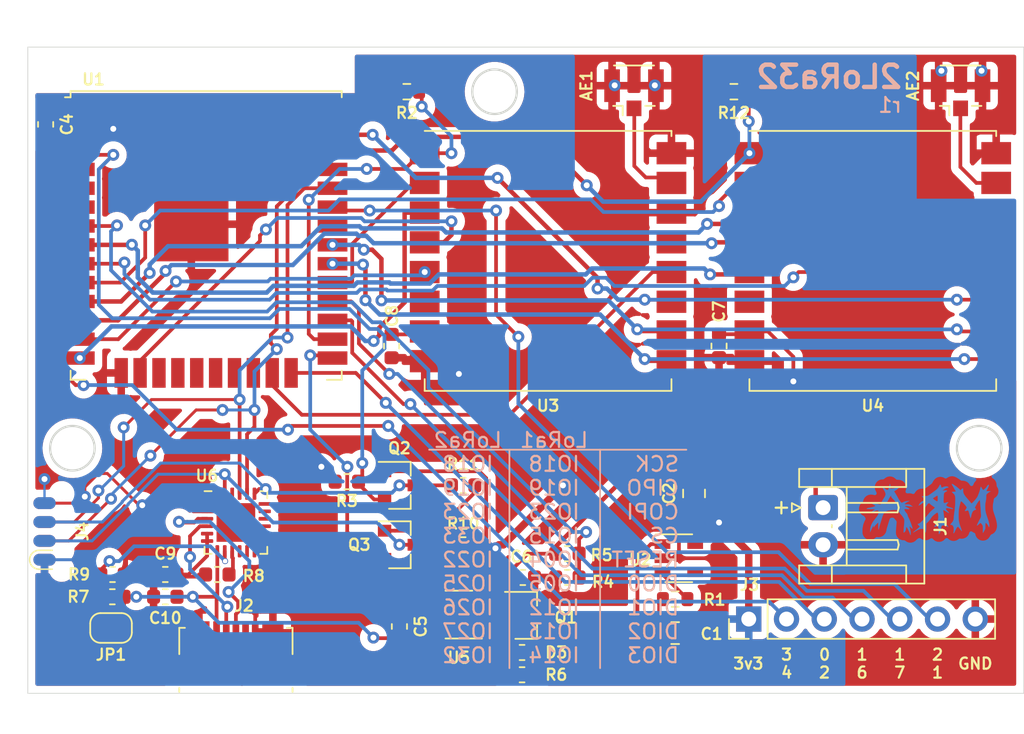
<source format=kicad_pcb>
(kicad_pcb (version 20211014) (generator pcbnew)

  (general
    (thickness 1.6)
  )

  (paper "A4")
  (layers
    (0 "F.Cu" signal)
    (31 "B.Cu" signal)
    (32 "B.Adhes" user "B.Adhesive")
    (33 "F.Adhes" user "F.Adhesive")
    (34 "B.Paste" user)
    (35 "F.Paste" user)
    (36 "B.SilkS" user "B.Silkscreen")
    (37 "F.SilkS" user "F.Silkscreen")
    (38 "B.Mask" user)
    (39 "F.Mask" user)
    (40 "Dwgs.User" user "User.Drawings")
    (41 "Cmts.User" user "User.Comments")
    (42 "Eco1.User" user "User.Eco1")
    (43 "Eco2.User" user "User.Eco2")
    (44 "Edge.Cuts" user)
    (45 "Margin" user)
    (46 "B.CrtYd" user "B.Courtyard")
    (47 "F.CrtYd" user "F.Courtyard")
    (48 "B.Fab" user)
    (49 "F.Fab" user)
  )

  (setup
    (stackup
      (layer "F.SilkS" (type "Top Silk Screen"))
      (layer "F.Paste" (type "Top Solder Paste"))
      (layer "F.Mask" (type "Top Solder Mask") (thickness 0.01))
      (layer "F.Cu" (type "copper") (thickness 0.035))
      (layer "dielectric 1" (type "core") (thickness 1.51) (material "FR4") (epsilon_r 4.5) (loss_tangent 0.02))
      (layer "B.Cu" (type "copper") (thickness 0.035))
      (layer "B.Mask" (type "Bottom Solder Mask") (thickness 0.01))
      (layer "B.Paste" (type "Bottom Solder Paste"))
      (layer "B.SilkS" (type "Bottom Silk Screen"))
      (copper_finish "None")
      (dielectric_constraints no)
    )
    (pad_to_mask_clearance 0.051)
    (solder_mask_min_width 0.25)
    (pcbplotparams
      (layerselection 0x00010fc_ffffffff)
      (disableapertmacros false)
      (usegerberextensions false)
      (usegerberattributes false)
      (usegerberadvancedattributes false)
      (creategerberjobfile false)
      (svguseinch false)
      (svgprecision 6)
      (excludeedgelayer true)
      (plotframeref false)
      (viasonmask false)
      (mode 1)
      (useauxorigin false)
      (hpglpennumber 1)
      (hpglpenspeed 20)
      (hpglpendiameter 15.000000)
      (dxfpolygonmode true)
      (dxfimperialunits true)
      (dxfusepcbnewfont true)
      (psnegative false)
      (psa4output false)
      (plotreference true)
      (plotvalue true)
      (plotinvisibletext false)
      (sketchpadsonfab false)
      (subtractmaskfromsilk false)
      (outputformat 1)
      (mirror false)
      (drillshape 1)
      (scaleselection 1)
      (outputdirectory "")
    )
  )

  (net 0 "")
  (net 1 "GND")
  (net 2 "Net-(AE1-Pad1)")
  (net 3 "Net-(AE2-Pad1)")
  (net 4 "VBUS")
  (net 5 "+3V3")
  (net 6 "VIN")
  (net 7 "VBAT")
  (net 8 "Net-(C9-Pad1)")
  (net 9 "Net-(J2-Pad3)")
  (net 10 "Net-(J2-Pad2)")
  (net 11 "Net-(JP1-Pad2)")
  (net 12 "RTS")
  (net 13 "EN")
  (net 14 "Net-(Q2-Pad1)")
  (net 15 "IO0")
  (net 16 "DTR")
  (net 17 "Net-(Q3-Pad1)")
  (net 18 "Net-(R4-Pad2)")
  (net 19 "Net-(R8-Pad1)")
  (net 20 "LORSCK")
  (net 21 "TX")
  (net 22 "RX")
  (net 23 "Net-(U1-Pad29)")
  (net 24 "Net-(U1-Pad23)")
  (net 25 "Net-(U1-Pad16)")
  (net 26 "Net-(U1-Pad13)")
  (net 27 "Net-(U1-Pad12)")
  (net 28 "Net-(U1-Pad10)")
  (net 29 "Net-(U1-Pad9)")
  (net 30 "Net-(U1-Pad8)")
  (net 31 "unconnected-(J2-Pad4)")
  (net 32 "Net-(R1-Pad1)")
  (net 33 "unconnected-(U1-Pad32)")
  (net 34 "unconnected-(U1-Pad22)")
  (net 35 "unconnected-(U1-Pad21)")
  (net 36 "unconnected-(U1-Pad20)")
  (net 37 "unconnected-(U1-Pad19)")
  (net 38 "unconnected-(U1-Pad18)")
  (net 39 "unconnected-(U1-Pad17)")
  (net 40 "Net-(U1-Pad14)")
  (net 41 "Net-(U1-Pad11)")
  (net 42 "SPARE04")
  (net 43 "unconnected-(U1-Pad5)")
  (net 44 "unconnected-(U1-Pad4)")
  (net 45 "unconnected-(U2-Pad4)")
  (net 46 "unconnected-(U3-Pad13)")
  (net 47 "unconnected-(U3-Pad6)")
  (net 48 "unconnected-(U4-Pad13)")
  (net 49 "unconnected-(U4-Pad6)")
  (net 50 "unconnected-(U6-Pad24)")
  (net 51 "unconnected-(U6-Pad22)")
  (net 52 "unconnected-(U6-Pad18)")
  (net 53 "unconnected-(U6-Pad17)")
  (net 54 "unconnected-(U6-Pad16)")
  (net 55 "unconnected-(U6-Pad15)")
  (net 56 "unconnected-(U6-Pad14)")
  (net 57 "unconnected-(U6-Pad13)")
  (net 58 "unconnected-(U6-Pad12)")
  (net 59 "unconnected-(U6-Pad11)")
  (net 60 "unconnected-(U6-Pad10)")
  (net 61 "unconnected-(U6-Pad1)")
  (net 62 "LORCOPI")
  (net 63 "LORCIPO")
  (net 64 "SPARE03")
  (net 65 "SPARE02")
  (net 66 "SPARE01")
  (net 67 "SPARE00")
  (net 68 "Net-(R2-Pad1)")
  (net 69 "Net-(R12-Pad1)")

  (footprint "RF_Module:ESP32-WROOM-32U" (layer "F.Cu") (at 178 96.675001))

  (footprint "Connector_Coaxial:U.FL_Hirose_U.FL-R-SMT-1_Vertical" (layer "F.Cu") (at 228.75 87.07 90))

  (footprint "Capacitor_SMD:C_0603_1608Metric" (layer "F.Cu") (at 167.2 89.2 -90))

  (footprint "Capacitor_SMD:C_0603_1608Metric" (layer "F.Cu") (at 191 123 -90))

  (footprint "Capacitor_SMD:C_0603_1608Metric" (layer "F.Cu") (at 199.3 119.7 180))

  (footprint "Capacitor_SMD:C_0603_1608Metric" (layer "F.Cu") (at 190.475 104.125 -90))

  (footprint "Capacitor_SMD:C_0603_1608Metric" (layer "F.Cu") (at 175.25 119.5 180))

  (footprint "Capacitor_SMD:C_0603_1608Metric" (layer "F.Cu") (at 199.25 124.75 180))

  (footprint "Connector_JST:JST_EH_S2B-EH_1x02_P2.50mm_Horizontal" (layer "F.Cu") (at 219.5 115 -90))

  (footprint "Package_TO_SOT_SMD:SOT-23" (layer "F.Cu") (at 191 113.5))

  (footprint "Package_TO_SOT_SMD:SOT-23" (layer "F.Cu") (at 191 117.5))

  (footprint "Resistor_SMD:R_0603_1608Metric" (layer "F.Cu") (at 187.4625 113.25))

  (footprint "Resistor_SMD:R_0603_1608Metric" (layer "F.Cu") (at 202.3 119.7))

  (footprint "Resistor_SMD:R_0603_1608Metric" (layer "F.Cu") (at 202.3 118.1 180))

  (footprint "Resistor_SMD:R_0603_1608Metric" (layer "F.Cu") (at 199.25 126.25))

  (footprint "Resistor_SMD:R_0603_1608Metric" (layer "F.Cu") (at 171.6875 121))

  (footprint "Resistor_SMD:R_0603_1608Metric" (layer "F.Cu") (at 178.75 119.5 180))

  (footprint "Resistor_SMD:R_0603_1608Metric" (layer "F.Cu") (at 171.7 119.5 180))

  (footprint "Resistor_SMD:R_0603_1608Metric" (layer "F.Cu") (at 195.2875 117.5))

  (footprint "Resistor_SMD:R_0603_1608Metric" (layer "F.Cu") (at 195.2875 113.5))

  (footprint "loranet2:DRF1276G" (layer "F.Cu") (at 201 98.140001))

  (footprint "loranet2:DRF1276G" (layer "F.Cu") (at 222.844999 98.140001))

  (footprint "Package_DFN_QFN:QFN-24-1EP_4x4mm_P0.5mm_EP2.6x2.6mm" (layer "F.Cu") (at 180 116))

  (footprint "Connector_USB:USB_Micro-B_Molex_47346-0001" (layer "F.Cu") (at 180 124.8))

  (footprint "Capacitor_SMD:C_0603_1608Metric" (layer "F.Cu") (at 212.5 104.1125 90))

  (footprint "Package_TO_SOT_SMD:SOT-23" (layer "F.Cu") (at 199.5 122.25))

  (footprint "Package_TO_SOT_SMD:SOT-23-5" (layer "F.Cu") (at 195 122.2 180))

  (footprint "Connector_Coaxial:U.FL_Hirose_U.FL-R-SMT-1_Vertical" (layer "F.Cu") (at 206.78 87.07 90))

  (footprint "Capacitor_SMD:C_0805_2012Metric" (layer "F.Cu") (at 209.55 123.444))

  (footprint "Capacitor_SMD:C_0805_2012Metric" (layer "F.Cu") (at 210.82 114.046 90))

  (footprint "Resistor_SMD:R_0603_1608Metric" (layer "F.Cu") (at 209.55 121.158 180))

  (footprint "Package_TO_SOT_SMD:SOT-23-5" (layer "F.Cu") (at 209.795001 118.405001))

  (footprint "Capacitor_SMD:C_0603_1608Metric" (layer "F.Cu") (at 175.25 121 180))

  (footprint "Jumper:SolderJumper-2_P1.3mm_Bridged_RoundedPad1.0x1.5mm" (layer "F.Cu") (at 171.6 123.1 180))

  (footprint "Resistor_SMD:R_0603_1608Metric" (layer "F.Cu") (at 213.5 87 180))

  (footprint "Resistor_SMD:R_0603_1608Metric" (layer "F.Cu") (at 191.5 87 180))

  (footprint "Connector_PinHeader_2.54mm:PinHeader_1x07_P2.54mm_Vertical" (layer "F.Cu") (at 214.5 122.5 90))

  (footprint "loranet2:SOIC_clipProgSmall" (layer "F.Cu") (at 166.376 116.602 -90))

  (footprint "loranet2:MRA-2021_10x6mm" (layer "B.Cu")
    (tedit 0) (tstamp 00000000-0000-0000-0000-000060d4245f)
    (at 226.6 116.45 180)
    (property "Sheetfile" "loranet2.kicad_sch")
    (property "Sheetname" "")
    (path "/00000000-0000-0000-0000-000060d48c38")
    (attr through_hole)
    (fp_text reference "H1" (at 0 0) (layer "B.SilkS") hide
      (effects (font (size 1.27 1.27) (thickness 0.15)) (justify mirror))
      (tstamp bfc0aadc-38cf-466e-a642-68fdc3138c78)
    )
    (fp_text value "MountingHole" (at 0 0) (layer "B.SilkS") hide
      (effects (font (size 1.27 1.27) (thickness 0.15)) (justify mirror))
      (tstamp 6441b183-b8f2-458f-a23d-60e2b1f66dd6)
    )
    (fp_poly (pts
        (xy -1.558313 3.04029)
        (xy -1.564778 3.012362)
        (xy -1.593564 2.958042)
        (xy -1.628618 2.897503)
        (xy -1.676306 2.815254)
        (xy -1.727994 2.726186)
        (xy -1.743926 2.69875)
        (xy -1.842272 2.529417)
        (xy -1.704303 2.523158)
        (xy -1.63412 2.517775)
        (xy -1.58444 2.509763)
        (xy -1.566333 2.501182)
        (xy -1.581318 2.480125)
        (xy -1.620043 2.442047)
        (xy -1.659259 2.407789)
        (xy -1.720942 2.348345)
        (xy -1.757562 2.287767)
        (xy -1.778809 2.219127)
        (xy -1.790032 2.139902)
        (xy -1.795319 2.026606)
        (xy -1.794991 1.887038)
        (xy -1.789365 1.728996)
        (xy -1.77876 1.560279)
        (xy -1.763493 1.388684)
        (xy -1.743884 1.22201)
        (xy -1.735742 1.164167)
        (xy -1.719827 1.049489)
        (xy -1.706621 0.941121)
        (xy -1.697386 0.850389)
        (xy -1.693384 0.788622)
        (xy -1.693313 0.783167)
        (xy -1.679638 0.647461)
        (xy -1.635987 0.533109)
        (xy -1.557401 0.427311)
        (xy -1.553983 0.423635)
        (xy -1.497644 0.361601)
        (xy -1.469219 0.323597)
        (xy -1.466483 0.303927)
        (xy -1.487208 0.296894)
        (xy -1.504225 0.296334)
        (xy -1.581972 0.27694)
        (xy -1.641488 0.220331)
        (xy -1.663375 0.178893)
        (xy -1.682831 0.102771)
        (xy -1.69196 0.003496)
        (xy -1.690281 -0.100914)
        (xy -1.677316 -0.192441)
        (xy -1.673644 -0.206514)
        (xy -1.665232 -0.257309)
        (xy -1.676334 -0.274625)
        (xy -1.704224 -0.255423)
        (xy -1.710785 -0.247892)
        (xy -1.730087 -0.216083)
        (xy -1.760114 -0.157333)
        (xy -1.794811 -0.083567)
        (xy -1.799452 -0.073267)
        (xy -1.848749 0.025689)
        (xy -1.897289 0.103347)
        (xy -1.940536 0.153314)
        (xy -1.971698 0.169334)
        (xy -1.991985 0.153722)
        (xy -2.030372 0.112499)
        (xy -2.07978 0.054088)
        (xy -2.133129 -0.013092)
        (xy -2.183341 -0.080618)
        (xy -2.191414 -0.092038)
        (xy -2.219916 -0.125966)
        (xy -2.231189 -0.122224)
        (xy -2.225405 -0.081734)
        (xy -2.202736 -0.005417)
        (xy -2.163352 0.105803)
        (xy -2.146302 0.151096)
        (xy -2.092618 0.305003)
        (xy -2.053991 0.449979)
        (xy -2.028962 0.596714)
        (xy -2.016071 0.755899)
        (xy -2.013858 0.938224)
        (xy -2.018067 1.090084)
        (xy -2.027363 1.246172)
        (xy -2.043486 1.380888)
        (xy -2.069454 1.515022)
        (xy -2.094718 1.618215)
        (xy -2.120635 1.715801)
        (xy -2.143401 1.797561)
        (xy -2.160648 1.855263)
        (xy -2.17001 1.880674)
        (xy -2.170278 1.881)
        (xy -2.194075 1.877282)
        (xy -2.237493 1.846884)
        (xy -2.294202 1.796576)
        (xy -2.357875 1.733125)
        (xy -2.422183 1.663301)
        (xy -2.480799 1.593873)
        (xy -2.527395 1.531609)
        (xy -2.555641 1.483278)
        (xy -2.561167 1.462893)
        (xy -2.549776 1.42417)
        (xy -2.520662 1.367321)
        (xy -2.498052 1.331394)
        (xy -2.462524 1.276498)
        (xy -2.439455 1.236133)
        (xy -2.434552 1.223516)
        (xy -2.452511 1.220774)
        (xy -2.499163 1.229318)
        (xy -2.542632 1.240993)
        (xy -2.606181 1.256004)
        (xy -2.652881 1.259959)
        (xy -2.667672 1.255727)
        (xy -2.679395 1.229386)
        (xy -2.698868 1.170848)
        (xy -2.723327 1.08892)
        (xy -2.748596 0.997708)
        (xy -2.774584 0.90273)
        (xy -2.797304 0.823689)
        (xy -2.814254 0.769031)
        (xy -2.82279 0.747321)
        (xy -2.831657 0.760755)
        (xy -2.844799 0.805596)
        (xy -2.857041 0.860864)
        (xy -2.892058 1.011047)
        (xy -2.931665 1.124)
        (xy -2.97887 1.204798)
        (xy -3.036678 1.258515)
        (xy -3.108096 1.290224)
        (xy -3.112073 1.291321)
        (xy -3.172218 1.312414)
        (xy -3.192545 1.336524)
        (xy -3.175421 1.370209)
        (xy -3.149909 1.396114)
        (xy -3.103651 1.43921)
        (xy -3.195242 1.619847)
        (xy -3.245648 1.711891)
        (xy -3.300634 1.800699)
        (xy -3.350762 1.871352)
        (xy -3.365826 1.889497)
        (xy -3.444818 1.97851)
        (xy -3.457715 1.872964)
        (xy -3.464957 1.803329)
        (xy -3.47401 1.700469)
        (xy -3.484196 1.573416)
        (xy -3.494839 1.431205)
        (xy -3.505261 1.28287)
        (xy -3.514785 1.137445)
        (xy -3.522333 1.011101)
        (xy -3.526449 0.919505)
        (xy -3.524771 0.856223)
        (xy -3.514861 0.807369)
        (xy -3.494285 0.759057)
        (xy -3.470356 0.714767)
        (xy -3.417075 0.616539)
        (xy -3.365587 0.5164)
        (xy -3.319319 0.421658)
        (xy -3.2817 0.33962)
        (xy -3.256158 0.277593)
        (xy -3.246119 0.242885)
        (xy -3.246938 0.238507)
        (xy -3.267079 0.245759)
        (xy -3.308609 0.276244)
        (xy -3.362761 0.323483)
        (xy -3.365896 0.326406)
        (xy -3.422794 0.375238)
        (xy -3.470226 0.408081)
        (xy -3.49814 0.418001)
        (xy -3.498514 0.417891)
        (xy -3.524666 0.396752)
        (xy -3.563257 0.352039)
        (xy -3.58775 0.319082)
        (xy -3.615204 0.278151)
        (xy -3.633306 0.241843)
        (xy -3.64397 0.200053)
        (xy -3.649111 0.142679)
        (xy -3.650643 0.059619)
        (xy -3.650612 -0.012619)
        (xy -3.650696 -0.108022)
        (xy -3.651405 -0.185627)
        (xy -3.652618 -0.237042)
        (xy -3.654082 -0.254)
        (xy -3.665652 -0.237019)
        (xy -3.692636 -0.192002)
        (xy -3.72974 -0.127832)
        (xy -3.739246 -0.111125)
        (xy -3.777599 -0.041334)
        (xy -3.801336 0.012712)
        (xy -3.81384 0.065435)
        (xy -3.818491 0.131259)
        (xy -3.818672 0.224605)
        (xy -3.818647 0.227542)
        (xy -3.819537 0.326598)
        (xy -3.824656 0.388572)
        (xy -3.834654 0.418564)
        (xy -3.843597 0.423334)
        (xy -3.87619 0.406636)
        (xy -3.920183 0.364023)
        (xy -3.966654 0.306714)
        (xy -4.006678 0.24593)
        (xy -4.031332 0.192891)
        (xy -4.033576 0.184466)
        (xy -4.044932 0.143133)
        (xy -4.056289 0.138918)
        (xy -4.069236 0.158274)
        (xy -4.083845 0.220057)
        (xy -4.079168 0.315424)
        (xy -4.055891 0.440634)
        (xy -4.014696 0.591944)
        (xy -3.960246 0.75463)
        (xy -3.919647 0.872097)
        (xy -3.882579 0.988328)
        (xy -3.852618 1.091489)
        (xy -3.833338 1.169746)
        (xy -3.830722 1.183365)
        (xy -3.813282 1.322433)
        (xy -3.805796 1.47418)
        (xy -3.808106 1.624682)
        (xy -3.820056 1.760015)
        (xy -3.83832 1.855139)
        (xy -3.855999 1.943748)
        (xy -3.86863 2.051431)
        (xy -3.8735 2.154995)
        (xy -3.8735 2.155745)
        (xy -3.874304 2.241117)
        (xy -3.879285 2.296604)
        (xy -3.892301 2.334653)
        (xy -3.917206 2.367709)
        (xy -3.949077 2.399695)
        (xy -4.012713 2.453521)
        (xy -4.081429 2.500272)
        (xy -4.102535 2.511839)
        (xy -4.180417 2.550584)
        (xy -3.878521 2.56292)
        (xy -3.939233 2.675013)
        (xy -3.979083 2.754204)
        (xy -4.014264 2.834076)
        (xy -4.041037 2.904828)
        (xy -4.055666 2.956658)
        (xy -4.055238 2.979152)
        (xy -4.025218 2.983607)
        (xy -3.985399 2.961784)
        (xy -3.94931 2.92273)
        (xy -3.937146 2.900185)
        (xy -3.910751 2.856968)
        (xy -3.86607 2.80258)
        (xy -3.811425 2.745067)
        (xy -3.75514 2.692474)
        (xy -3.705535 2.652847)
        (xy -3.670936 2.634231)
        (xy -3.662596 2.634779)
        (xy -3.64168 2.65904)
        (xy -3.609153 2.708367)
        (xy -3.583254 2.752404)
        (xy -3.549124 2.809399)
        (xy -3.522214 2.84756)
        (xy -3.51108 2.857479)
        (xy -3.500083 2.838757)
        (xy -3.487927 2.791615)
        (xy -3.483621 2.767542)
        (xy -3.464942 2.682506)
        (xy -3.433917 2.574891)
        (xy -3.39487 2.45693)
        (xy -3.352122 2.340855)
        (xy -3.309997 2.238899)
        (xy -3.272815 2.163296)
        (xy -3.266184 2.152144)
        (xy -3.224868 2.092707)
        (xy -3.168854 2.021227)
        (xy -3.104656 1.944951)
        (xy -3.038789 1.871125)
        (xy -2.977765 1.806992)
        (xy -2.9281 1.7598)
        (xy -2.896309 1.736793)
        (xy -2.891739 1.735667)
        (xy -2.862294 1.751288)
        (xy -2.82575 1.789348)
        (xy -2.822315 1.793875)
        (xy -2.791733 1.832402)
        (xy -2.740403 1.894214)
        (xy -2.675497 1.970775)
        (xy -2.604515 2.053167)
        (xy -2.501453 2.175808)
        (xy -2.425615 2.277156)
        (xy -2.373197 2.364716)
        (xy -2.340393 2.445993)
        (xy -2.323401 2.528494)
        (xy -2.318421 2.617576)
        (xy -2.317311 2.699049)
        (xy -2.310384 2.741208)
        (xy -2.290895 2.747027)
        (xy -2.252095 2.719478)
        (xy -2.19755 2.670835)
        (xy -2.140849 2.619636)
        (xy -2.037589 2.722693)
        (xy -1.976359 2.778441)
        (xy -1.899475 2.840732)
        (xy -1.815208 2.903771)
        (xy -1.73183 2.961765)
        (xy -1.657614 3.008921)
        (xy -1.60083 3.039445)
        (xy -1.573125 3.048)
        (xy -1.558313 3.04029)
      ) (layer "B.Cu") (width 0.01) (fill solid) (tstamp 08a7c925-7fae-4530-b0c9-120e185cb318))
    (fp_poly (pts
        (xy 2.617647 3.023614)
        (xy 2.631609 2.974592)
        (xy 2.635504 2.950012)
        (xy 2.658609 2.813046)
        (xy 2.686259 2.716405)
        (xy 2.72114 2.658121)
        (xy 2.765939 2.636228)
        (xy 2.823344 2.648757)
        (xy 2.89604 2.693741)
        (xy 2.938965 2.727791)
        (xy 3.022266 2.794403)
        (xy 3.07655 2.830305)
        (xy 3.102496 2.834958)
        (xy 3.100781 2.807823)
        (xy 3.072083 2.748363)
        (xy 3.021121 2.662532)
        (xy 2.950978 2.540619)
        (xy 2.90925 2.440602)
        (xy 2.895749 2.353171)
        (xy 2.910284 2.269014)
        (xy 2.952665 2.178822)
        (xy 3.009487 2.091811)
        (xy 3.065145 2.003871)
        (xy 3.117459 1.906062)
        (xy 3.152408 1.826278)
        (xy 3.181697 1.754696)
        (xy 3.210285 1.697935)
        (xy 3.230163 1.670302)
        (xy 3.25302 1.662369)
        (xy 3.294815 1.664938)
        (xy 3.361716 1.67912)
        (xy 3.459889 1.706022)
        (xy 3.508285 1.720291)
        (xy 3.64563 1.760748)
        (xy 3.747453 1.789175)
        (xy 3.818512 1.806574)
        (xy 3.863561 1.813952)
        (xy 3.887355 1.812312)
        (xy 3.894649 1.80266)
        (xy 3.894667 1.801926)
        (xy 3.877193 1.773628)
        (xy 3.830655 1.73304)
        (xy 3.763873 1.686757)
        (xy 3.68567 1.641374)
        (xy 3.667125 1.631821)
        (xy 3.614278 1.601629)
        (xy 3.581928 1.57611)
        (xy 3.577167 1.567629)
        (xy 3.596248 1.550205)
        (xy 3.646785 1.527644)
        (xy 3.718712 1.503078)
        (xy 3.801967 1.479639)
        (xy 3.886486 1.460456)
        (xy 3.958167 1.449095)
        (xy 4.050039 1.433957)
        (xy 4.120805 1.41265)
        (xy 4.162332 1.388103)
        (xy 4.169833 1.372854)
        (xy 4.149942 1.366289)
        (xy 4.095365 1.360018)
        (xy 4.01375 1.354643)
        (xy 3.912745 1.350766)
        (xy 3.879186 1.349973)
        (xy 3.588539 1.344084)
        (xy 3.696208 1.27505)
        (xy 3.771702 1.22261)
        (xy 3.830342 1.174132)
        (xy 3.865739 1.135553)
        (xy 3.871506 1.112809)
        (xy 3.87117 1.112448)
        (xy 3.849541 1.117227)
        (xy 3.799393 1.137729)
        (xy 3.729749 1.170117)
        (xy 3.694179 1.187685)
        (xy 3.591153 1.235267)
        (xy 3.513963 1.260472)
        (xy 3.454313 1.265964)
        (xy 3.451199 1.265733)
        (xy 3.407249 1.260128)
        (xy 3.384252 1.245361)
        (xy 3.374266 1.210107)
        (xy 3.369728 1.149533)
        (xy 3.370818 1.076893)
        (xy 3.385591 1.008653)
        (xy 3.417865 0.937009)
        (xy 3.471461 0.854156)
        (xy 3.550196 0.752291)
        (xy 3.584584 0.71048)
        (xy 3.728586 0.520118)
        (xy 3.833796 0.341363)
        (xy 3.901344 0.171747)
        (xy 3.932364 0.008802)
        (xy 3.934806 -0.052916)
        (xy 3.934374 -0.201083)
        (xy 3.893315 -0.116416)
        (xy 3.863492 -0.053673)
        (xy 3.824644 0.029704)
        (xy 3.785138 0.115751)
        (xy 3.784835 0.116417)
        (xy 3.717412 0.264584)
        (xy 3.704842 0.179917)
        (xy 3.696165 0.128825)
        (xy 3.688664 0.115505)
        (xy 3.678339 0.135717)
        (xy 3.674185 0.147417)
        (xy 3.65116 0.185638)
        (xy 3.605418 0.242418)
        (xy 3.565508 0.28575)
        (xy 3.683 0.28575)
        (xy 3.693583 0.275167)
        (xy 3.704167 0.28575)
        (xy 3.693583 0.296334)
        (xy 3.683 0.28575)
        (xy 3.565508 0.28575)
        (xy 3.545361 0.307623)
        (xy 3.521382 0.331672)
        (xy 3.386667 0.463761)
        (xy 3.386667 0.221297)
        (xy 3.384896 0.113278)
        (xy 3.379882 0.033824)
        (xy 3.372074 -0.011926)
        (xy 3.3655 -0.021166)
        (xy 3.349657 -0.003033)
        (xy 3.344333 0.032382)
        (xy 3.338156 0.071115)
        (xy 3.321171 0.141378)
        (xy 3.295695 0.234453)
        (xy 3.264048 0.341624)
        (xy 3.250043 0.386924)
        (xy 3.211853 0.509313)
        (xy 3.173666 0.632518)
        (xy 3.139434 0.743742)
        (xy 3.113106 0.830188)
        (xy 3.108786 0.844547)
        (xy 3.061153 0.978116)
        (xy 3.004176 1.082078)
        (xy 2.932073 1.160414)
        (xy 2.83906 1.217103)
        (xy 2.719353 1.256128)
        (xy 2.567168 1.281468)
        (xy 2.459175 1.29166)
        (xy 2.325013 1.30023)
        (xy 2.225255 1.301158)
        (xy 2.152344 1.292408)
        (xy 2.098724 1.271941)
        (xy 2.056838 1.237719)
        (xy 2.01913 1.187706)
        (xy 2.007906 1.169972)
        (xy 1.970447 1.117133)
        (xy 1.913995 1.04651)
        (xy 1.848877 0.970855)
        (xy 1.827853 0.94762)
        (xy 1.760794 0.867787)
        (xy 1.703182 0.786939)
        (xy 1.664581 0.718754)
        (xy 1.659745 0.707217)
        (xy 1.647029 0.671449)
        (xy 1.63836 0.636748)
        (xy 1.633728 0.596216)
        (xy 1.633124 0.542951)
        (xy 1.636538 0.470054)
        (xy 1.643962 0.370623)
        (xy 1.655384 0.237759)
        (xy 1.659044 0.196485)
        (xy 1.669774 0.068843)
        (xy 1.678077 -0.043958)
        (xy 1.683564 -0.135302)
        (xy 1.685845 -0.198574)
        (xy 1.684529 -0.227158)
        (xy 1.684086 -0.227969)
        (xy 1.661328 -0.224692)
        (xy 1.625216 -0.195944)
        (xy 1.585848 -0.1515)
        (xy 1.553583 -0.101642)
        (xy 1.531229 -0.038282)
        (xy 1.523711 0.014824)
        (xy 1.5186 0.079123)
        (xy 1.510303 0.123068)
        (xy 1.500947 0.148939)
        (xy 1.488036 0.149959)
        (xy 1.46461 0.122134)
        (xy 1.436483 0.080735)
        (xy 1.399728 0.018308)
        (xy 1.358698 -0.06232)
        (xy 1.318243 -0.150104)
        (xy 1.283215 -0.234001)
        (xy 1.258463 -0.302965)
        (xy 1.248838 -0.345954)
        (xy 1.248833 -0.346529)
        (xy 1.235525 -0.383834)
        (xy 1.226107 -0.392546)
        (xy 1.214819 -0.383698)
        (xy 1.209385 -0.338011)
        (xy 1.209609 -0.253253)
        (xy 1.210777 -0.219171)
        (xy 1.22218 -0.082286)
        (xy 1.245685 0.026286)
        (xy 1.264944 0.079375)
        (xy 1.289938 0.148106)
        (xy 1.292102 0.182463)
        (xy 1.270754 0.182584)
        (xy 1.225209 0.148606)
        (xy 1.171965 0.098036)
        (xy 1.124543 0.054793)
        (xy 1.09119 0.032359)
        (xy 1.0795 0.034898)
        (xy 1.087162 0.07741)
        (xy 1.108031 0.150217)
        (xy 1.138931 0.24458)
        (xy 1.176687 0.351762)
        (xy 1.218123 0.463022)
        (xy 1.260062 0.569623)
        (xy 1.29933 0.662823)
        (xy 1.33275 0.733886)
        (xy 1.335276 0.738734)
        (xy 1.373876 0.817631)
        (xy 1.402895 0.887673)
        (xy 1.417386 0.936568)
        (xy 1.418167 0.944713)
        (xy 1.431548 0.990971)
        (xy 1.464923 1.046805)
        (xy 1.477724 1.062889)
        (xy 1.561855 1.168881)
        (xy 1.612314 1.251342)
        (xy 1.629809 1.311439)
        (xy 1.629833 1.313334)
        (xy 1.627789 1.336674)
        (xy 1.615929 1.349934)
        (xy 1.585659 1.354931)
        (xy 1.528388 1.353479)
        (xy 1.4605 1.34911)
        (xy 1.382003 1.345762)
        (xy 1.32283 1.347109)
        (xy 1.292937 1.352791)
        (xy 1.291167 1.355227)
        (xy 1.308966 1.381805)
        (xy 1.354915 1.416792)
        (xy 1.417844 1.452919)
        (xy 1.48658 1.482914)
        (xy 1.488297 1.48353)
        (xy 1.546448 1.509311)
        (xy 1.588517 1.536807)
        (xy 1.593932 1.542335)
        (xy 1.59523 1.555057)
        (xy 1.570991 1.56197)
        (xy 1.517859 1.562996)
        (xy 1.432478 1.558056)
        (xy 1.311494 1.547072)
        (xy 1.17475 1.532548)
        (xy 1.068917 1.520829)
        (xy 1.179206 1.596498)
        (xy 1.237107 1.634298)
        (xy 1.284368 1.656836)
        (xy 1.335706 1.668036)
        (xy 1.405832 1.671822)
        (xy 1.462945 1.672167)
        (xy 1.547801 1.672533)
        (xy 1.596939 1.67504)
        (xy 1.616976 1.681804)
        (xy 1.614529 1.694941)
        (xy 1.597465 1.715184)
        (xy 1.531444 1.771896)
        (xy 1.530146 1.772709)
        (xy 2.201412 1.772709)
        (xy 2.22036 1.763109)
        (xy 2.268649 1.756518)
        (xy 2.301875 1.755022)
        (xy 2.368976 1.751278)
        (xy 2.46176 1.742837)
        (xy 2.564041 1.731249)
        (xy 2.6035 1.726146)
        (xy 2.715417 1.711262)
        (xy 2.79205 1.701815)
        (xy 2.840045 1.697409)
        (xy 2.866048 1.697645)
        (xy 2.876704 1.702127)
        (xy 2.878667 1.709678)
        (xy 2.866335 1.734631)
        (xy 2.83524 1.778452)
        (xy 2.818441 1.799636)
        (xy 2.777586 1.857862)
        (xy 2.730691 1.936794)
        (xy 2.692148 2.010834)
        (xy 2.65064 2.090607)
        (xy 2.607048 2.163979)
        (xy 2.573217 2.211917)
        (xy 2.520356 2.275417)
        (xy 2.519594 2.212728)
        (xy 2.510473 2.169024)
        (xy 2.480141 2.121142)
        (xy 2.42252 2.06011)
        (xy 2.404903 2.043395)
        (xy 2.336093 1.973295)
        (xy 2.275055 1.9009)
        (xy 2.228664 1.835353)
        (xy 2.203794 1.785799)
        (xy 2.201412 1.772709)
        (xy 1.530146 1.772709)
        (xy 1.440713 1.828711)
        (xy 1.341629 1.875463)
        (xy 1.335992 1.877644)
        (xy 1.300073 1.892101)
        (xy 1.290074 1.899927)
        (xy 1.310471 1.902074)
        (xy 1.365738 1.899489)
        (xy 1.421523 1.895788)
        (xy 1.542632 1.880919)
        (xy 1.638536 1.852705)
        (xy 1.683967 1.831351)
        (xy 1.745268 1.801226)
        (xy 1.79355 1.781881)
        (xy 1.81071 1.778)
        (xy 1.84631 1.795833)
        (xy 1.894505 1.84442)
        (xy 1.949482 1.916396)
        (xy 2.005425 2.004395)
        (xy 2.04127 2.070059)
        (xy 2.087962 2.157244)
        (xy 2.146574 2.260473)
        (xy 2.205992 2.360272)
        (xy 2.218114 2.379907)
        (xy 2.32268 2.547897)
        (xy 2.20129 2.626354)
        (xy 2.133205 2.674325)
        (xy 2.075945 2.721672)
        (xy 2.044741 2.754698)
        (xy 2.022408 2.790439)
        (xy 2.029276 2.805233)
        (xy 2.061754 2.811149)
        (xy 2.108232 2.80836)
        (xy 2.179009 2.79467)
        (xy 2.255109 2.774108)
        (xy 2.342083 2.751281)
        (xy 2.427206 2.735496)
        (xy 2.484021 2.730503)
        (xy 2.57175 2.730506)
        (xy 2.573296 2.868574)
        (xy 2.578051 2.95397)
        (xy 2.588564 3.010287)
        (xy 2.602531 3.034507)
        (xy 2.617647 3.023614)
      ) (layer "B.Cu") (width 0.01) (fill solid) (tstamp 5528bcad-2950-4673-90eb-c37e6952c475))
    (fp_poly (pts
        (xy -0.766927 2.988489)
        (xy -0.737465 2.943923)
        (xy -0.709493 2.894542)
        (xy -0.670534 2.826151)
        (xy -0.629762 2.76762)
        (xy -0.580673 2.712555)
        (xy -0.516765 2.654561)
        (xy -0.431533 2.587244)
        (xy -0.318474 2.50421)
        (xy -0.296333 2.488296)
        (xy -0.178287 2.403613)
        (xy -0.088159 2.34004)
        (xy -0.019196 2.294395)
        (xy 0.035354 2.263496)
        (xy 0.082245 2.244161)
        (xy 0.128229 2.23321)
        (xy 0.180058 2.22746)
        (xy 0.244486 2.223729)
        (xy 0.267793 2.2225)
        (xy 0.463395 2.211917)
        (xy 0.337927 2.106084)
        (xy 0.27864 2.054775)
        (xy 0.234556 2.014147)
        (xy 0.213537 1.991512)
        (xy 0.212789 1.989667)
        (xy 0.230796 1.976636)
        (xy 0.278398 1.951287)
        (xy 0.34646 1.918395)
        (xy 0.369959 1.907561)
        (xy 0.455243 1.865778)
        (xy 0.514071 1.827168)
        (xy 0.559943 1.780915)
        (xy 0.603604 1.720363)
        (xy 0.641148 1.660068)
        (xy 0.664885 1.614506)
        (xy 0.669705 1.593983)
        (xy 0.648839 1.600457)
        (xy 0.602018 1.626805)
        (xy 0.537612 1.668126)
        (xy 0.504126 1.690991)
        (xy 0.403789 1.755225)
        (xy 0.320306 1.797638)
        (xy 0.257845 1.816816)
        (xy 0.220577 1.811347)
        (xy 0.211667 1.790116)
        (xy 0.216188 1.752467)
        (xy 0.228057 1.687549)
        (xy 0.244727 1.609253)
        (xy 0.24514 1.607434)
        (xy 0.260632 1.531011)
        (xy 0.269657 1.469477)
        (xy 0.270365 1.435604)
        (xy 0.270148 1.434862)
        (xy 0.25595 1.439577)
        (xy 0.225226 1.473826)
        (xy 0.183538 1.531028)
        (xy 0.163981 1.560493)
        (xy 0.11394 1.632975)
        (xy 0.067001 1.692578)
        (xy 0.031344 1.729151)
        (xy 0.02409 1.734103)
        (xy -0.022048 1.746063)
        (xy -0.06402 1.738795)
        (xy -0.084473 1.715711)
        (xy -0.084667 1.712712)
        (xy -0.100943 1.693475)
        (xy -0.144755 1.656597)
        (xy -0.208579 1.608164)
        (xy -0.255227 1.574772)
        (xy -0.425787 1.455257)
        (xy -0.376935 1.403038)
        (xy -0.332194 1.361059)
        (xy -0.269378 1.30894)
        (xy -0.225247 1.275173)
        (xy -0.15711 1.216291)
        (xy -0.084206 1.139908)
        (xy -0.032494 1.075954)
        (xy 0.012109 1.019382)
        (xy 0.079231 0.940229)
        (xy 0.161969 0.846356)
        (xy 0.253421 0.745621)
        (xy 0.326291 0.667417)
        (xy 0.427529 0.56142)
        (xy 0.505537 0.483227)
        (xy 0.564957 0.428779)
        (xy 0.610433 0.394019)
        (xy 0.646608 0.374888)
        (xy 0.667996 0.368787)
        (xy 0.716293 0.356531)
        (xy 0.740259 0.344186)
        (xy 0.740833 0.342496)
        (xy 0.72727 0.321405)
        (xy 0.692588 0.281316)
        (xy 0.665381 0.252598)
        (xy 0.589928 0.175328)
        (xy 0.659344 0.105912)
        (xy 0.708954 0.060643)
        (xy 0.779844 0.001296)
        (xy 0.859027 -0.061356)
        (xy 0.882963 -0.079566)
        (xy 0.96073 -0.140553)
        (xy 1.011082 -0.184976)
        (xy 1.032921 -0.210743)
        (xy 1.025146 -0.215766)
        (xy 0.986657 -0.197952)
        (xy 0.926042 -0.16143)
        (xy 0.791386 -0.080612)
        (xy 0.677518 -0.024323)
        (xy 0.574524 0.012055)
        (xy 0.530558 0.022846)
        (xy 0.460289 0.034558)
        (xy 0.411996 0.031325)
        (xy 0.367551 0.011762)
        (xy 0.364849 0.01018)
        (xy 0.30763 -0.035965)
        (xy 0.256216 -0.09786)
        (xy 0.221066 -0.161061)
        (xy 0.211667 -0.201334)
        (xy 0.204651 -0.226445)
        (xy 0.19259 -0.221191)
        (xy 0.185063 -0.193651)
        (xy 0.177714 -0.132155)
        (xy 0.171273 -0.045079)
        (xy 0.166468 0.059204)
        (xy 0.165548 0.089169)
        (xy 0.157582 0.379422)
        (xy 0.041749 0.492029)
        (xy -0.030401 0.570266)
        (xy -0.102365 0.661302)
        (xy -0.151612 0.734403)
        (xy -0.213844 0.823298)
        (xy -0.294891 0.909125)
        (xy -0.404542 1.002243)
        (xy -0.4053 1.002839)
        (xy -0.478991 1.058037)
        (xy -0.541081 1.099312)
        (xy -0.584008 1.121954)
        (xy -0.599292 1.123675)
        (xy -0.620346 1.08239)
        (xy -0.63808 1.010174)
        (xy -0.650428 0.918411)
        (xy -0.655323 0.818485)
        (xy -0.655334 0.814917)
        (xy -0.651293 0.739231)
        (xy -0.636407 0.666401)
        (xy -0.606876 0.581928)
        (xy -0.574187 0.505249)
        (xy -0.530924 0.414082)
        (xy -0.485641 0.328403)
        (xy -0.44597 0.262356)
        (xy -0.43398 0.245381)
        (xy -0.401316 0.197353)
        (xy -0.385912 0.163971)
        (xy -0.386581 0.156698)
        (xy -0.410488 0.158551)
        (xy -0.457756 0.176462)
        (xy -0.483939 0.189024)
        (xy -0.539063 0.215397)
        (xy -0.578226 0.230964)
        (xy -0.586532 0.232754)
        (xy -0.603508 0.214905)
        (xy -0.628779 0.169284)
        (xy -0.645583 0.132213)
        (xy -0.670307 0.056546)
        (xy -0.683725 -0.032331)
        (xy -0.687912 -0.148423)
        (xy -0.687917 -0.153432)
        (xy -0.689035 -0.235999)
        (xy -0.692024 -0.299542)
        (xy -0.696337 -0.3345)
        (xy -0.6985 -0.338362)
        (xy -0.712179 -0.320618)
        (xy -0.737411 -0.274573)
        (xy -0.765656 -0.21668)
        (xy -0.806996 -0.101815)
        (xy -0.833462 0.024763)
        (xy -0.836334 0.049512)
        (xy -0.850571 0.150126)
        (xy -0.873859 0.214522)
        (xy -0.912361 0.248717)
        (xy -0.972237 0.258729)
        (xy -1.044425 0.252735)
        (xy -1.126264 0.235296)
        (xy -1.202895 0.208739)
        (xy -1.235251 0.192354)
        (xy -1.284436 0.164178)
        (xy -1.317917 0.14901)
        (xy -1.322303 0.148167)
        (xy -1.316349 0.162722)
        (xy -1.28741 0.201735)
        (xy -1.240851 0.258224)
        (xy -1.212465 0.291042)
        (xy -1.087069 0.433917)
        (xy -1.039732 0.814917)
        (xy -1.023905 0.940538)
        (xy -1.009159 1.054349)
        (xy -0.996533 1.148555)
        (xy -0.987071 1.215362)
        (xy -0.982203 1.245231)
        (xy -0.979941 1.280412)
        (xy -1.002007 1.28509)
        (xy -1.020465 1.280332)
        (xy -1.060748 1.262248)
        (xy -1.123808 1.227144)
        (xy -1.197472 1.181884)
        (xy -1.213809 1.1713)
        (xy -1.281994 1.129044)
        (xy -1.3363 1.099798)
        (xy -1.367654 1.088297)
        (xy -1.371333 1.089111)
        (xy -1.36346 1.108646)
        (xy -1.330968 1.148421)
        (xy -1.280622 1.200264)
        (xy -1.274065 1.206562)
        (xy -1.204546 1.280504)
        (xy -1.169589 1.337557)
        (xy -1.164167 1.364775)
        (xy -1.167755 1.397051)
        (xy -1.18591 1.412723)
        (xy -1.229722 1.41765)
        (xy -1.264708 1.417916)
        (xy -1.346004 1.411783)
        (xy -1.438814 1.39649)
        (xy -1.481667 1.386417)
        (xy -1.56906 1.364371)
        (xy -1.620909 1.35553)
        (xy -1.641895 1.359897)
        (xy -1.636695 1.377477)
        (xy -1.629711 1.386565)
        (xy -1.598096 1.407122)
        (xy -1.536994 1.434042)
        (xy -1.457752 1.462519)
        (xy -1.428966 1.471618)
        (xy -1.30902 1.514451)
        (xy -1.230033 1.557586)
        (xy -1.190633 1.601893)
        (xy -1.185333 1.626148)
        (xy -1.198593 1.654507)
        (xy -1.232745 1.701393)
        (xy -1.264708 1.738975)
        (xy -1.302786 1.782056)
        (xy -1.320316 1.807998)
        (xy -1.312978 1.818049)
        (xy -1.276452 1.813455)
        (xy -1.206417 1.795464)
        (xy -1.136568 1.775967)
        (xy -1.073832 1.760416)
        (xy -1.038543 1.759171)
        (xy -1.018212 1.772502)
        (xy -1.013691 1.778597)
        (xy -1.006227 1.812042)
        (xy -1.0026 1.877921)
        (xy -1.00238 1.966548)
        (xy -1.004645 2.049973)
        (xy -0.613433 2.049973)
        (xy -0.611161 1.977293)
        (xy -0.60607 1.920154)
        (xy -0.600519 1.894932)
        (xy -0.587719 1.875239)
        (xy -0.565818 1.871912)
        (xy -0.528416 1.887413)
        (xy -0.469115 1.924201)
        (xy -0.399139 1.972339)
        (xy -0.33405 2.020262)
        (xy -0.300267 2.052321)
        (xy -0.29277 2.074382)
        (xy -0.300762 2.087306)
        (xy -0.332948 2.11217)
        (xy -0.387018 2.147963)
        (xy -0.451667 2.187905)
        (xy -0.515587 2.225212)
        (xy -0.567473 2.253103)
        (xy -0.596018 2.264795)
        (xy -0.596713 2.264834)
        (xy -0.604526 2.245624)
        (xy -0.609997 2.195701)
        (xy -0.613005 2.12663)
        (xy -0.613433 2.049973)
        (xy -1.004645 2.049973)
        (xy -1.005142 2.068239)
        (xy -1.010458 2.17331)
        (xy -1.017899 2.272075)
        (xy -1.027038 2.35485)
        (xy -1.037449 2.411949)
        (xy -1.04229 2.426375)
        (xy -1.074536 2.465215)
        (xy -1.12969 2.505662)
        (xy -1.156839 2.52041)
        (xy -1.221333 2.556837)
        (xy -1.245569 2.583875)
        (xy -1.229319 2.60094)
        (xy -1.190625 2.606835)
        (xy -1.132033 2.609596)
        (xy -1.089461 2.608584)
        (xy -1.039721 2.602633)
        (xy -1.005417 2.597517)
        (xy -0.92075 2.584671)
        (xy -0.994833 2.648589)
        (xy -1.084569 2.715686)
        (xy -1.174788 2.765312)
        (xy -1.253719 2.79146)
        (xy -1.27974 2.794)
        (xy -1.319941 2.799721)
        (xy -1.3335 2.810934)
        (xy -1.314775 2.846019)
        (xy -1.26494 2.868524)
        (xy -1.193508 2.877785)
        (xy -1.109993 2.873136)
        (xy -1.023906 2.853912)
        (xy -0.976647 2.835869)
        (xy -0.907724 2.806487)
        (xy -0.86837 2.796596)
        (xy -0.850661 2.806031)
        (xy -0.846667 2.833175)
        (xy -0.840112 2.880789)
        (xy -0.824178 2.935686)
        (xy -0.804464 2.982344)
        (xy -0.786567 3.005241)
        (xy -0.78446 3.005667)
        (xy -0.766927 2.988489)
      ) (layer "B.Cu") (width 0.01) (fill solid) (tstamp 7edc9030-db7b-43ac-a1b3-b87eeacb4c2d))
    (fp_poly (pts
        (xy -0.766927 2.988489)
        (xy -0.737465 2.943923)
        (xy -0.709493 2.894542)
        (xy -0.670534 2.826151)
        (xy -0.629762 2.76762)
        (xy -0.580673 2.712555)
        (xy -0.516765 2.654561)
        (xy -0.431533 2.587244)
        (xy -0.318474 2.50421)
        (xy -0.296333 2.488296)
        (xy -0.178287 2.403613)
        (xy -0.088159 2.34004)
        (xy -0.019196 2.294395)
        (xy 0.035354 2.263496)
        (xy 0.082245 2.244161)
        (xy 0.128229 2.23321)
        (xy 0.180058 2.22746)
        (xy 0.244486 2.223729)
        (xy 0.267793 2.2225)
        (xy 0.463395 2.211917)
        (xy 0.337927 2.106084)
        (xy 0.27864 2.054775)
        (xy 0.234556 2.014147)
        (xy 0.213537 1.991512)
        (xy 0.212789 1.989667)
        (xy 0.230796 1.976636)
        (xy 0.278398 1.951287)
        (xy 0.34646 1.918395)
        (xy 0.369959 1.907561)
        (xy 0.455243 1.865778)
        (xy 0.514071 1.827168)
        (xy 0.559943 1.780915)
        (xy 0.603604 1.720363)
        (xy 0.641148 1.660068)
        (xy 0.664885 1.614506)
        (xy 0.669705 1.593983)
        (xy 0.648839 1.600457)
        (xy 0.602018 1.626805)
        (xy 0.537612 1.668126)
        (xy 0.504126 1.690991)
        (xy 0.403789 1.755225)
        (xy 0.320306 1.797638)
        (xy 0.257845 1.816816)
        (xy 0.220577 1.811347)
        (xy 0.211667 1.790116)
        (xy 0.216188 1.752467)
        (xy 0.228057 1.687549)
        (xy 0.244727 1.609253)
        (xy 0.24514 1.607434)
        (xy 0.260632 1.531011)
        (xy 0.269657 1.469477)
        (xy 0.270365 1.435604)
        (xy 0.270148 1.434862)
        (xy 0.25595 1.439577)
        (xy 0.225226 1.473826)
        (xy 0.183538 1.531028)
        (xy 0.163981 1.560493)
        (xy 0.11394 1.632975)
        (xy 0.067001 1.692578)
        (xy 0.031344 1.729151)
        (xy 0.02409 1.734103)
        (xy -0.022048 1.746063)
        (xy -0.06402 1.738795)
        (xy -0.084473 1.715711)
        (xy -0.084667 1.712712)
        (xy -0.100943 1.693475)
        (xy -0.144755 1.656597)
        (xy -0.208579 1.608164)
        (xy -0.255227 1.574772)
        (xy -0.425787 1.455257)
        (xy -0.376935 1.403038)
        (xy -0.332194 1.361059)
        (xy -0.269378 1.30894)
        (xy -0.225247 1.275173)
        (xy -0.15711 1.216291)
        (xy -0.084206 1.139908)
        (xy -0.032494 1.075954)
        (xy 0.012109 1.019382)
        (xy 0.079231 0.940229)
        (xy 0.161969 0.846356)
        (xy 0.253421 0.745621)
        (xy 0.326291 0.667417)
        (xy 0.427529 0.56142)
        (xy 0.505537 0.483227)
        (xy 0.564957 0.428779)
        (xy 0.610433 0.394019)
        (xy 0.646608 0.374888)
        (xy 0.667996 0.368787)
        (xy 0.716293 0.356531)
        (xy 0.740259 0.344186)
        (xy 0.740833 0.342496)
        (xy 0.72727 0.321405)
        (xy 0.692588 0.281316)
        (xy 0.665381 0.252598)
        (xy 0.589928 0.175328)
        (xy 0.659344 0.105912)
        (xy 0.708954 0.060643)
        (xy 0.779844 0.001296)
        (xy 0.859027 -0.061356)
        (xy 0.882963 -0.079566)
        (xy 0.96073 -0.140553)
        (xy 1.011082 -0.184976)
        (xy 1.032921 -0.210743)
        (xy 1.025146 -0.215766)
        (xy 0.986657 -0.197952)
        (xy 0.926042 -0.16143)
        (xy 0.791386 -0.080612)
        (xy 0.677518 -0.024323)
        (xy 0.574524 0.012055)
        (xy 0.530558 0.022846)
        (xy 0.460289 0.034558)
        (xy 0.411996 0.031325)
        (xy 0.367551 0.011762)
        (xy 0.364849 0.01018)
        (xy 0.30763 -0.035965)
        (xy 0.256216 -0.09786)
        (xy 0.221066 -0.161061)
        (xy 0.211667 -0.201334)
        (xy 0.204651 -0.226445)
        (xy 0.19259 -0.221191)
        (xy 0.185063 -0.193651)
        (xy 0.177714 -0.132155)
        (xy 0.171273 -0.045079)
        (xy 0.166468 0.059204)
        (xy 0.165548 0.089169)
        (xy 0.157582 0.379422)
        (xy 0.041749 0.492029)
        (xy -0.030401 0.570266)
        (xy -0.102365 0.661302)
        (xy -0.151612 0.734403)
        (xy -0.213844 0.823298)
        (xy -0.294891 0.909125)
        (xy -0.404542 1.002243)
        (xy -0.4053 1.002839)
        (xy -0.478991 1.058037)
        (xy -0.541081 1.099312)
        (xy -0.584008 1.121954)
        (xy -0.599292 1.123675)
        (xy -0.620346 1.08239)
        (xy -0.63808 1.010174)
        (xy -0.650428 0.918411)
        (xy -0.655323 0.818485)
        (xy -0.655334 0.814917)
        (xy -0.651293 0.739231)
        (xy -0.636407 0.666401)
        (xy -0.606876 0.581928)
        (xy -0.574187 0.505249)
        (xy -0.530924 0.414082)
        (xy -0.485641 0.328403)
        (xy -0.44597 0.262356)
        (xy -0.43398 0.245381)
        (xy -0.401316 0.197353)
        (xy -0.385912 0.163971)
        (xy -0.386581 0.156698)
        (xy -0.410488 0.158551)
        (xy -0.457756 0.176462)
        (xy -0.483939 0.189024)
        (xy -0.539063 0.215397)
        (xy -0.578226 0.230964)
        (xy -0.586532 0.232754)
        (xy -0.603508 0.214905)
        (xy -0.628779 0.169284)
        (xy -0.645583 0.132213)
        (xy -0.670307 0.056546)
        (xy -0.683725 -0.032331)
        (xy -0.687912 -0.148423)
        (xy -0.687917 -0.153432)
        (xy -0.689035 -0.235999)
        (xy -0.692024 -0.299542)
        (xy -0.696337 -0.3345)
        (xy -0.6985 -0.338362)
        (xy -0.712179 -0.320618)
        (xy -0.737411 -0.274573)
        (xy -0.765656 -0.21668)
        (xy -0.806996 -0.101815)
        (xy -0.833462 0.024763)
        (xy -0.836334 0.049512)
        (xy -0.850571 0.150126)
        (xy -0.873859 0.214522)
        (xy -0.912361 0.248717)
        (xy -0.972237 0.258729)
        (xy -1.044425 0.252735)
        (xy -1.126264 0.235296)
        (xy -1.202895 0.208739)
        (xy -1.235251 0.192354)
        (xy -1.284436 0.164178)
        (xy -1.317917 0.14901)
        (xy -1.322303 0.148167)
        (xy -1.316349 0.162722)
        (xy -1.28741 0.201735)
        (xy -1.240851 0.258224)
        (xy -1.212465 0.291042)
        (xy -1.087069 0.433917)
        (xy -1.039732 0.814917)
        (xy -1.023905 0.940538)
        (xy -1.009159 1.054349)
        (xy -0.996533 1.148555)
        (xy -0.987071 1.215362)
        (xy -0.982203 1.245231)
        (xy -0.979941 1.280412)
        (xy -1.002007 1.28509)
        (xy -1.020465 1.280332)
        (xy -1.060748 1.262248)
        (xy -1.123808 1.227144)
        (xy -1.197472 1.181884)
        (xy -1.213809 1.1713)
        (xy -1.281994 1.129044)
        (xy -1.3363 1.099798)
        (xy -1.367654 1.088297)
        (xy -1.371333 1.089111)
        (xy -1.36346 1.108646)
        (xy -1.330968 1.148421)
        (xy -1.280622 1.200264)
        (xy -1.274065 1.206562)
        (xy -1.204546 1.280504)
        (xy -1.169589 1.337557)
        (xy -1.164167 1.364775)
        (xy -1.167755 1.397051)
        (xy -1.18591 1.412723)
        (xy -1.229722 1.41765)
        (xy -1.264708 1.417916)
        (xy -1.346004 1.411783)
        (xy -1.438814 1.39649)
        (xy -1.481667 1.386417)
        (xy -1.56906 1.364371)
        (xy -1.620909 1.35553)
        (xy -1.641895 1.359897)
        (xy -1.636695 1.377477)
        (xy -1.629711 1.386565)
        (xy -1.598096 1.407122)
        (xy -1.536994 1.434042)
        (xy -1.457752 1.462519)
        (xy -1.428966 1.471618)
        (xy -1.30902 1.514451)
        (xy -1.230033 1.557586)
        (xy -1.190633 1.601893)
        (xy -1.185333 1.626148)
        (xy -1.198593 1.654507)
        (xy -1.232745 1.701393)
        (xy -1.264708 1.738975)
        (xy -1.302786 1.782056)
        (xy -1.320316 1.807998)
        (xy -1.312978 1.818049)
        (xy -1.276452 1.813455)
        (xy -1.206417 1.795464)
        (xy -1.136568 1.775967)
        (xy -1.073832 1.760416)
        (xy -1.038543 1.759171)
        (xy -1.018212 1.772502)
        (xy -1.013691 1.778597)
        (xy -1.006227 1.812042)
        (xy -1.0026 1.877921)
        (xy -1.00238 1.966548)
        (xy -1.005142 2.068239)
        (xy -1.0081 2.126708)
        (xy -0.613231 2.126708)
        (xy -0.613227 2.050153)
        (xy -0.610812 1.977642)
        (xy -0.605944 1.920751)
        (xy -0.600519 1.894932)
        (xy -0.587649 1.875197)
        (xy -0.565606 1.871945)
        (xy -0.527971 1.88763)
        (xy -0.468329 1.924705)
        (xy -0.400454 1.971417)
        (xy -0.341212 2.01629)
        (xy -0.300699 2.053453)
        (xy -0.28681 2.075558)
        (xy -0.287252 2.076764)
        (xy -0.309665 2.095367)
        (xy -0.35777 2.127634)
        (xy -0.420607 2.166959)
        (xy -0.487217 2.206732)
        (xy -0.546641 2.240346)
        (xy -0.587918 2.261195)
        (xy -0.59919 2.264834)
        (xy -0.60617 2.245627)
        (xy -0.610865 2.195725)
        (xy -0.613231 2.126708)
        (xy -1.0081 2.126708)
        (xy -1.010458 2.17331)
        (xy -1.017899 2.272075)
        (xy -1.027038 2.35485)
        (xy -1.037449 2.411949)
        (xy -1.04229 2.426375)
        (xy -1.074536 2.465215)
        (xy -1.12969 2.505662)
        (xy -1.156839 2.52041)
        (xy -1.221333 2.556837)
        (xy -1.245569 2.583875)
        (xy -1.229319 2.60094)
        (xy -1.190625 2.606835)
        (xy -1.132033 2.609596)
        (xy -1.089461 2.608584)
        (xy -1.039721 2.602633)
        (xy -1.005417 2.597517)
        (xy -0.92075 2.584671)
        (xy -0.994833 2.648589)
        (xy -1.084569 2.715686)
        (xy -1.174788 2.765312)
        (xy -1.253719 2.79146)
        (xy -1.27974 2.794)
        (xy -1.319941 2.799721)
        (xy -1.3335 2.810934)
        (xy -1.314775 2.846019)
        (xy -1.26494 2.868524)
        (xy -1.193508 2.877785)
        (xy -1.109993 2.873136)
        (xy -1.023906 2.853912)
        (xy -0.976647 2.835869)
        (xy -0.907724 2.806487)
        (xy -0.86837 2.796596)
        (xy -0.850661 2.806031)
        (xy -0.846667 2.833175)
        (xy -0.840112 2.880789)
        (xy -0.824178 2.935686)
        (xy -0.804464 2.982344)
        (xy -0.786567 3.005241)
        (xy -0.78446 3.005667)
        (xy -0.766927 2.988489)
      ) (layer "B.Mask") (width 0.01) (fill solid) (tstamp 2d6db888-4e40-41c8-b701-07170fc894bc))
    (fp_poly (pts
        (xy -1.926167 -2.264833)
        (xy -3.273454 -2.264833)
        (xy -3.323167 -2.31775)
        (xy -3.372879 -2.370666)
        (xy -1.926167 -2.370666)
        (xy -1.926167 -3.048)
        (xy -5.005689 -3.048)
        (xy -4.265083 -2.307166)
        (xy -3.524477 -1.566333)
        (xy -2.6035 -1.566333)
        (xy -2.6035 -1.4605)
        (xy -4.868333 -1.4605)
        (xy -4.868333 -0.783166)
        (xy -1.926167 -0.783166)
        (xy -1.926167 -2.264833)
      ) (layer "B.Mask") (width 0.01) (fill solid) (tstamp 31e08896-1992-4725-96d9-9d2728bca7a3))
    (fp_poly (pts
        (xy 2.617647 3.023614)
        (xy 2.631609 2.974592)
        (xy 2.635504 2.950012)
        (xy 2.658609 2.813046)
        (xy 2.686259 2.716405)
        (xy 2.72114 2.658121)
        (xy 2.765939 2.636228)
        (xy 2.823344 2.648757)
        (xy 2.89604 2.693741)
        (xy 2.938965 2.727791)
        (xy 3.022266 2.794403)
        (xy 3.07655 2.830305)
        (xy 3.102496 2.834958)
        (xy 3.100781 2.807823)
        (xy 3.072083 2.748363)
        (xy 3.021121 2.662532)
        (xy 2.950978 2.540619)
        (xy 2.90925 2.440602)
        (xy 2.895749 2.353171)
        (xy 2.910284 2.269014)
        (xy 2.952665 2.178822)
        (xy 3.009487 2.091811)
        (xy 3.065145 2.003871)
        (xy 3.117459 1.906062)
        (xy 3.152408 1.826278)
        (xy 3.181697 1.754696)
        (xy 3.210285 1.697935)
        (xy 3.230163 1.670302)
        (xy 3.25302 1.662369)
        (xy 3.294815 1.664938)
        (xy 3.361716 1.67912)
        (xy 3.459889 1.706022)
        (xy 3.508285 1.720291)
        (xy 3.64563 1.760748)
        (xy 3.747453 1.789175)
        (xy 3.818512 1.806574)
        (xy 3.863561 1.813952)
        (xy 3.887355 1.812312)
        (xy 3.894649 1.80266)
        (xy 3.894667 1.801926)
        (xy 3.877193 1.773628)
        (xy 3.830655 1.73304)
        (xy 3.763873 1.686757)
        (xy 3.68567 1.641374)
        (xy 3.667125 1.631821)
        (xy 3.614278 1.601629)
        (xy 3.581928 1.57611)
        (xy 3.577167 1.567629)
        (xy 3.596248 1.550205)
        (xy 3.646785 1.527644)
        (xy 3.718712 1.503078)
        (xy 3.801967 1.479639)
        (xy 3.886486 1.460456)
        (xy 3.958167 1.449095)
        (xy 4.050039 1.433957)
        (xy 4.120805 1.41265)
        (xy 4.162332 1.388103)
        (xy 4.169833 1.372854)
        (xy 4.149942 1.366289)
        (xy 4.095365 1.360018)
        (xy 4.01375 1.354643)
        (xy 3.912745 1.350766)
        (xy 3.879186 1.349973)
        (xy 3.588539 1.344084)
        (xy 3.696208 1.27505)
        (xy 3.771702 1.22261)
        (xy 3.830342 1.174132)
        (xy 3.865739 1.135553)
        (xy 3.871506 1.112809)
        (xy 3.87117 1.112448)
        (xy 3.849541 1.117227)
        (xy 3.799393 1.137729)
        (xy 3.729749 1.170117)
        (xy 3.694179 1.187685)
        (xy 3.591153 1.235267)
        (xy 3.513963 1.260472)
        (xy 3.454313 1.265964)
        (xy 3.451199 1.26
... [614563 chars truncated]
</source>
